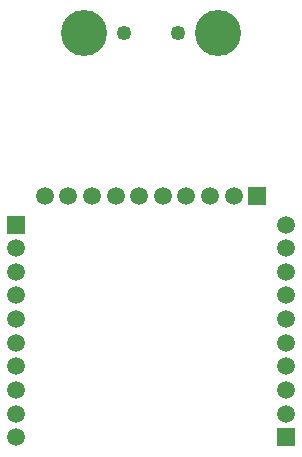
<source format=gbs>
G75*
G70*
%OFA0B0*%
%FSLAX24Y24*%
%IPPOS*%
%LPD*%
%AMOC8*
5,1,8,0,0,1.08239X$1,22.5*
%
%ADD10C,0.0493*%
%ADD11C,0.1536*%
%ADD12R,0.0590X0.0590*%
%ADD13C,0.0590*%
D10*
X005737Y016802D03*
X007509Y016802D03*
D11*
X008867Y016802D03*
X004379Y016802D03*
D12*
X002123Y010428D03*
X010166Y011385D03*
X011123Y003341D03*
D13*
X002123Y003341D03*
X002123Y004129D03*
X002123Y004916D03*
X002123Y005704D03*
X002123Y006491D03*
X002123Y007278D03*
X002123Y008066D03*
X002123Y008853D03*
X002123Y009641D03*
X003079Y011385D03*
X003867Y011385D03*
X004654Y011385D03*
X005442Y011385D03*
X006229Y011385D03*
X007016Y011385D03*
X007804Y011385D03*
X008591Y011385D03*
X009379Y011385D03*
X011123Y010428D03*
X011123Y009641D03*
X011123Y008853D03*
X011123Y008066D03*
X011123Y007278D03*
X011123Y006491D03*
X011123Y005704D03*
X011123Y004916D03*
X011123Y004129D03*
M02*

</source>
